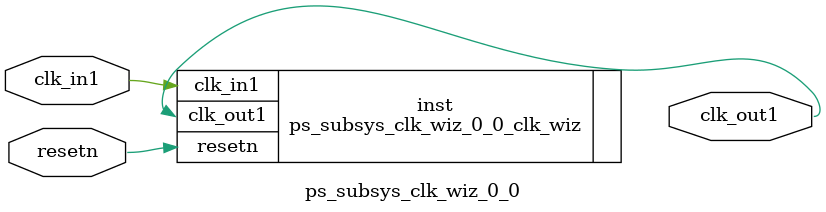
<source format=v>


`timescale 1ps/1ps

(* CORE_GENERATION_INFO = "ps_subsys_clk_wiz_0_0,clk_wiz_v5_4_3_0,{component_name=ps_subsys_clk_wiz_0_0,use_phase_alignment=true,use_min_o_jitter=false,use_max_i_jitter=false,use_dyn_phase_shift=false,use_inclk_switchover=false,use_dyn_reconfig=false,enable_axi=0,feedback_source=FDBK_AUTO,PRIMITIVE=MMCM,num_out_clk=1,clkin1_period=5.000,clkin2_period=10.0,use_power_down=false,use_reset=true,use_locked=false,use_inclk_stopped=false,feedback_type=SINGLE,CLOCK_MGR_TYPE=NA,manual_override=false}" *)

module ps_subsys_clk_wiz_0_0 
 (
  // Clock out ports
  output        clk_out1,
  // Status and control signals
  input         resetn,
 // Clock in ports
  input         clk_in1
 );

  ps_subsys_clk_wiz_0_0_clk_wiz inst
  (
  // Clock out ports  
  .clk_out1(clk_out1),
  // Status and control signals               
  .resetn(resetn), 
 // Clock in ports
  .clk_in1(clk_in1)
  );

endmodule

</source>
